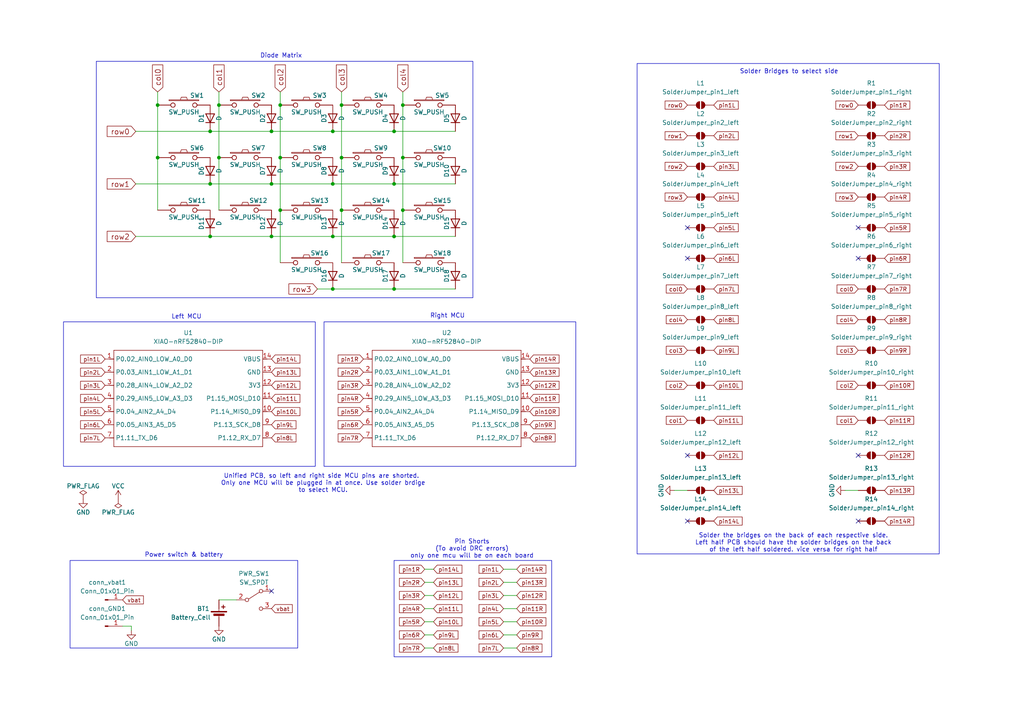
<source format=kicad_sch>
(kicad_sch (version 20250114) (generator "eeschema") (generator_version "9.0")
  (paper "A4")
  (title_block (title "Kaboard V2") (date "2023-07-14") (rev "1.0") (company "KadhirTheEngineer"))
  (lib_symbols
    (symbol "Connector:Conn_01x01_Pin" (pin_names (offset 1.016) (hide yes))
      (property "Reference" "J" (at 0 2.54 0))
      (property "Value" "Conn_01x01_Pin" (at 0 -2.54 0))
      (symbol "Conn_01x01_Pin_1_1"
        (rectangle (start 0.8636 0.127) (end 0 -0.127) (stroke (width 0.1524)) (fill (type outline)))
        (polyline (pts (xy 1.27 0) (xy 0.8636 0)) (stroke (width 0.1524)))
        (pin passive line (at 5.08 0 180) (length 3.81) (name "Pin_1") (number "1"))
      )
    )
    (symbol "Device:Battery_Cell" (pin_numbers (hide yes)) (pin_names (offset 0) (hide yes))
      (property "Reference" "BT" (at 2.54 2.54 0))
      (property "Value" "Battery_Cell" (at 2.54 0 0))
      (symbol "Battery_Cell_0_1"
        (rectangle (start -2.286 1.778) (end 2.286 1.524) (fill (type outline)))
        (rectangle (start -1.524 1.016) (end 1.524 0.508) (fill (type outline)))
        (polyline (pts (xy 0 1.778) (xy 0 2.54)))
        (polyline (pts (xy 0 0.762) (xy 0 0)))
        (polyline (pts (xy 0.762 3.048) (xy 1.778 3.048)) (stroke (width 0.254)))
        (polyline (pts (xy 1.27 3.556) (xy 1.27 2.54)) (stroke (width 0.254)))
      )
      (symbol "Battery_Cell_1_1"
        (pin passive line (at 0 5.08 270) (length 2.54) (name "+") (number "1"))
        (pin passive line (at 0 -2.54 90) (length 2.54) (name "-") (number "2"))
      )
    )
    (symbol "Device:D" (pin_numbers (hide yes)) (pin_names (offset 1.016) (hide yes))
      (property "Reference" "D" (at 0 2.54 0))
      (property "Value" "D" (at 0 -2.54 0))
      (symbol "D_0_1"
        (polyline (pts (xy -1.27 1.27) (xy -1.27 -1.27)) (stroke (width 0.254)))
        (polyline (pts (xy 1.27 1.27) (xy 1.27 -1.27) (xy -1.27 0) (xy 1.27 1.27)) (stroke (width 0.254)))
        (polyline (pts (xy 1.27 0) (xy -1.27 0)))
      )
      (symbol "D_1_1"
        (pin passive line (at -3.81 0 0) (length 2.54) (name "K") (number "1"))
        (pin passive line (at 3.81 0 180) (length 2.54) (name "A") (number "2"))
      )
    )
    (symbol "Jumper:SolderJumper_2_Open" (pin_numbers (hide yes)) (pin_names (offset 0) (hide yes)) (exclude_from_sim yes) (in_bom no)
      (property "Reference" "JP" (at 0 2.032 0))
      (property "Value" "SolderJumper_2_Open" (at 0 -2.54 0))
      (symbol "SolderJumper_2_Open_0_1"
        (polyline (pts (xy -0.254 1.016) (xy -0.254 -1.016)))
        (arc (start -0.254 -1.016) (mid -1.2656 0) (end -0.254 1.016))
        (arc (start -0.254 -1.016) (mid -1.2656 0) (end -0.254 1.016) (fill (type outline)))
        (arc (start 0.254 1.016) (mid 1.2656 0) (end 0.254 -1.016))
        (arc (start 0.254 1.016) (mid 1.2656 0) (end 0.254 -1.016) (fill (type outline)))
        (polyline (pts (xy 0.254 1.016) (xy 0.254 -1.016)))
      )
      (symbol "SolderJumper_2_Open_1_1"
        (pin passive line (at -3.81 0 0) (length 2.54) (name "A") (number "1"))
        (pin passive line (at 3.81 0 180) (length 2.54) (name "B") (number "2"))
      )
    )
    (symbol "Seeed_Studio_XIAO_Series:XIAO-nRF52840-DIP"
      (property "Reference" "U" (at -3.048 1.778 0))
      (property "Value" "XIAO-nRF52840-DIP" (at 3.048 -0.254 0))
      (symbol "XIAO-nRF52840-DIP_1_0"
        (polyline (pts (xy -3.81 -1.27) (xy 39.37 -1.27)) (stroke (width 0.1524)))
        (polyline (pts (xy -3.81 -3.81) (xy -5.08 -3.81)) (stroke (width 0.1524)))
        (polyline (pts (xy -3.81 -3.81) (xy -3.81 -1.27)) (stroke (width 0.1524)))
        (polyline (pts (xy -3.81 -7.62) (xy -5.08 -7.62)) (stroke (width 0.1524)))
        (polyline (pts (xy -3.81 -7.62) (xy -3.81 -3.81)) (stroke (width 0.1524)))
        (polyline (pts (xy -3.81 -11.43) (xy -5.08 -11.43)) (stroke (width 0.1524)))
        (polyline (pts (xy -3.81 -11.43) (xy -3.81 -7.62)) (stroke (width 0.1524)))
        (polyline (pts (xy -3.81 -15.24) (xy -5.08 -15.24)) (stroke (width 0.1524)))
        (polyline (pts (xy -3.81 -15.24) (xy -3.81 -11.43)) (stroke (width 0.1524)))
        (polyline (pts (xy -3.81 -19.05) (xy -5.08 -19.05)) (stroke (width 0.1524)))
        (polyline (pts (xy -3.81 -22.86) (xy -5.08 -22.86)) (stroke (width 0.1524)))
        (polyline (pts (xy -3.81 -26.67) (xy -5.08 -26.67)) (stroke (width 0.1524)))
        (polyline (pts (xy -3.81 -29.21) (xy -3.81 -15.24)) (stroke (width 0.1524)))
        (polyline (pts (xy 39.37 -1.27) (xy 39.37 -3.81)) (stroke (width 0.1524)))
        (polyline (pts (xy 39.37 -3.81) (xy 39.37 -7.62)) (stroke (width 0.1524)))
        (polyline (pts (xy 39.37 -7.62) (xy 39.37 -11.43)) (stroke (width 0.1524)))
        (polyline (pts (xy 39.37 -11.43) (xy 39.37 -29.21)) (stroke (width 0.1524)))
        (polyline (pts (xy 39.37 -29.21) (xy -3.81 -29.21)) (stroke (width 0.1524)))
        (polyline (pts (xy 40.64 -3.81) (xy 39.37 -3.81)) (stroke (width 0.1524)))
        (polyline (pts (xy 40.64 -7.62) (xy 39.37 -7.62)) (stroke (width 0.1524)))
        (polyline (pts (xy 40.64 -11.43) (xy 39.37 -11.43)) (stroke (width 0.1524)))
        (polyline (pts (xy 40.64 -15.24) (xy 39.37 -15.24)) (stroke (width 0.1524)))
        (polyline (pts (xy 40.64 -19.05) (xy 39.37 -19.05)) (stroke (width 0.1524)))
        (polyline (pts (xy 40.64 -22.86) (xy 39.37 -22.86)) (stroke (width 0.1524)))
        (polyline (pts (xy 40.64 -26.67) (xy 39.37 -26.67)) (stroke (width 0.1524)))
        (pin passive line (at -6.35 -3.81 0) (length 2.54) (name "P0.02_AIN0_LOW_A0_D0") (number "1"))
        (pin passive line (at -6.35 -7.62 0) (length 2.54) (name "P0.03_AIN1_LOW_A1_D1") (number "2"))
        (pin passive line (at -6.35 -11.43 0) (length 2.54) (name "P0.28_AIN4_LOW_A2_D2") (number "3"))
        (pin passive line (at -6.35 -15.24 0) (length 2.54) (name "P0.29_AIN5_LOW_A3_D3") (number "4"))
        (pin passive line (at -6.35 -19.05 0) (length 2.54) (name "P0.04_AIN2_A4_D4") (number "5"))
        (pin passive line (at -6.35 -22.86 0) (length 2.54) (name "P0.05_AIN3_A5_D5") (number "6"))
        (pin passive line (at -6.35 -26.67 0) (length 2.54) (name "P1.11_TX_D6") (number "7"))
        (pin passive line (at 41.91 -3.81 180) (length 2.54) (name "VBUS") (number "14"))
        (pin passive line (at 41.91 -7.62 180) (length 2.54) (name "GND") (number "13"))
        (pin passive line (at 41.91 -11.43 180) (length 2.54) (name "3V3") (number "12"))
        (pin passive line (at 41.91 -15.24 180) (length 2.54) (name "P1.15_MOSI_D10") (number "11"))
        (pin passive line (at 41.91 -19.05 180) (length 2.54) (name "P1.14_MISO_D9") (number "10"))
        (pin passive line (at 41.91 -22.86 180) (length 2.54) (name "P1.13_SCK_D8") (number "9"))
        (pin passive line (at 41.91 -26.67 180) (length 2.54) (name "P1.12_RX_D7") (number "8"))
      )
    )
    (symbol "Switch:SW_SPDT" (pin_names (offset 0) (hide yes))
      (property "Reference" "SW" (at 0 4.318 0))
      (property "Value" "SW_SPDT" (at 0 -5.08 0))
      (symbol "SW_SPDT_0_0"
        (circle (center -2.032 0) (radius 0.508))
        (circle (center 2.032 -2.54) (radius 0.508))
      )
      (symbol "SW_SPDT_0_1"
        (polyline (pts (xy -1.524 0.254) (xy 1.651 2.286)))
        (circle (center 2.032 2.54) (radius 0.508))
      )
      (symbol "SW_SPDT_1_1"
        (pin passive line (at -5.08 0 0) (length 2.54) (name "B") (number "2"))
        (pin passive line (at 5.08 2.54 180) (length 2.54) (name "A") (number "1"))
        (pin passive line (at 5.08 -2.54 180) (length 2.54) (name "C") (number "3"))
      )
    )
    (symbol "kbd:SW_PUSH" (pin_numbers (hide yes)) (pin_names (offset 1.016) (hide yes))
      (property "Reference" "SW" (at 3.81 2.794 0))
      (property "Value" "SW_PUSH" (at 0 -2.032 0))
      (symbol "SW_PUSH_0_1"
        (rectangle (start -4.318 1.27) (end 4.318 1.524))
        (polyline (pts (xy -1.016 1.524) (xy -0.762 2.286) (xy 0.762 2.286) (xy 1.016 1.524)))
        (pin passive inverted (at -7.62 0 0) (length 5.08) (name "1") (number "1"))
        (pin passive inverted (at 7.62 0 180) (length 5.08) (name "2") (number "2"))
      )
    )
    (symbol "power:GND" (power) (pin_names (offset 0))
      (property "Value" "GND" (at 0 -3.81 0))
      (symbol "GND_0_1"
        (polyline (pts (xy 0 0) (xy 0 -1.27) (xy 1.27 -1.27) (xy 0 -2.54) (xy -1.27 -1.27) (xy 0 -1.27)))
      )
      (symbol "GND_1_1"
        (pin power_in line (at 0 0 270) (length 0) (hide yes) (name "GND") (number "1"))
      )
    )
    (symbol "power:PWR_FLAG" (power) (pin_numbers (hide yes)) (pin_names (offset 0) (hide yes))
      (property "Value" "PWR_FLAG" (at 0 3.81 0))
      (symbol "PWR_FLAG_0_0"
        (pin power_out line (at 0 0 90) (length 0) (name "pwr") (number "1"))
      )
      (symbol "PWR_FLAG_0_1"
        (polyline (pts (xy 0 0) (xy 0 1.27) (xy -1.016 1.905) (xy 0 2.54) (xy 1.016 1.905) (xy 0 1.27)))
      )
    )
    (symbol "power:VCC" (power) (pin_names (offset 0))
      (property "Value" "VCC" (at 0 3.81 0))
      (symbol "VCC_0_1"
        (polyline (pts (xy -0.762 1.27) (xy 0 2.54)))
        (polyline (pts (xy 0 2.54) (xy 0.762 1.27)))
        (polyline (pts (xy 0 0) (xy 0 2.54)))
      )
      (symbol "VCC_1_1"
        (pin power_in line (at 0 0 90) (length 0) (hide yes) (name "VCC") (number "1"))
      )
    )
  )
  (rectangle (start 184.785 18.415) (end 272.415 160.655))
  (rectangle (start 20.32 162.56) (end 86.36 187.96))
  (rectangle (start 93.98 93.345) (end 167.005 135.255))
  (rectangle (start 27.94 17.78) (end 137.16 86.36))
  (rectangle (start 18.415 93.345) (end 91.44 135.255))
  (rectangle (start 114.3 162.56) (end 160.02 190.5))
  (text "Solder Bridges to select side\n" (at 228.854 20.828 0) (effects (font (size 1.27 1.27))))
  (text "Solder the bridges on the back of each respective side.\nLeft half PCB should have the solder bridges on the back\nof the left half soldered. vice versa for right half" (at 230.124 157.48 0) (effects (font (size 1.27 1.27))))
  (text "Diode Matrix" (at 81.534 16.256 0) (effects (font (size 1.27 1.27))))
  (text "Left MCU" (at 54.102 91.948 0) (effects (font (size 1.27 1.27))))
  (text "Unified PCB, so left and right side MCU pins are shorted. \nOnly one MCU will be plugged in at once. Use solder brdige\nto select MCU.\n" (at 93.726 140.208 0) (effects (font (size 1.27 1.27))))
  (text "Pin Shorts\n(To avoid DRC errors)\nonly one mcu will be on each board\n" (at 136.906 159.258 0) (effects (font (size 1.27 1.27))))
  (text "Right MCU\n" (at 129.794 91.694 0) (effects (font (size 1.27 1.27))))
  (text "Power switch & battery\n" (at 53.34 161.036 0) (effects (font (size 1.27 1.27))))
  (junction (at 63.5 45.72))
  (junction (at 96.52 83.82))
  (junction (at 60.96 68.58))
  (junction (at 114.3 38.1))
  (junction (at 96.52 38.1))
  (junction (at 116.84 30.48))
  (junction (at 114.3 68.58))
  (junction (at 63.5 30.48))
  (junction (at 99.06 60.96))
  (junction (at 60.96 38.1))
  (junction (at 81.28 60.96))
  (junction (at 81.28 30.48))
  (junction (at 114.3 53.34))
  (junction (at 78.74 68.58))
  (junction (at 96.52 53.34))
  (junction (at 60.96 53.34))
  (junction (at 116.84 60.96))
  (junction (at 45.72 45.72))
  (junction (at 96.52 68.58))
  (junction (at 114.3 83.82))
  (junction (at 81.28 45.72))
  (junction (at 45.72 30.48))
  (junction (at 116.84 45.72))
  (junction (at 99.06 45.72))
  (junction (at 99.06 30.48))
  (junction (at 78.74 53.34))
  (junction (at 78.74 38.1))
  (no_connect (at 248.92 151.13))
  (no_connect (at 248.92 132.08))
  (no_connect (at 199.39 132.08))
  (no_connect (at 199.39 151.13))
  (no_connect (at 78.74 171.45))
  (no_connect (at 248.92 66.04))
  (no_connect (at 248.92 74.93))
  (no_connect (at 199.39 74.93))
  (no_connect (at 199.39 66.04))
  (wire (pts (xy 96.52 83.82) (xy 114.3 83.82)))
  (wire (pts (xy 149.86 176.53) (xy 146.05 176.53)))
  (wire (pts (xy 125.73 180.34) (xy 123.19 180.34)))
  (wire (pts (xy 78.74 53.34) (xy 96.52 53.34)))
  (wire (pts (xy 60.96 68.58) (xy 78.74 68.58)))
  (wire (pts (xy 81.28 45.72) (xy 81.28 60.96)))
  (wire (pts (xy 149.86 168.91) (xy 146.05 168.91)))
  (wire (pts (xy 45.72 26.67) (xy 45.72 30.48)))
  (wire (pts (xy 114.3 38.1) (xy 132.08 38.1)))
  (wire (pts (xy 125.73 168.91) (xy 123.19 168.91)))
  (wire (pts (xy 114.3 83.82) (xy 132.08 83.82)))
  (wire (pts (xy 114.3 68.58) (xy 132.08 68.58)))
  (wire (pts (xy 96.52 68.58) (xy 114.3 68.58)))
  (wire (pts (xy 125.73 172.72) (xy 123.19 172.72)))
  (wire (pts (xy 149.86 184.15) (xy 146.05 184.15)))
  (wire (pts (xy 60.96 53.34) (xy 78.74 53.34)))
  (wire (pts (xy 99.06 60.96) (xy 99.06 76.2)))
  (wire (pts (xy 99.06 45.72) (xy 99.06 60.96)))
  (wire (pts (xy 81.28 26.67) (xy 81.28 30.48)))
  (wire (pts (xy 45.72 45.72) (xy 45.72 60.96)))
  (wire (pts (xy 81.28 60.96) (xy 81.28 76.2)))
  (wire (pts (xy 125.73 184.15) (xy 123.19 184.15)))
  (wire (pts (xy 38.1 182.88) (xy 38.1 181.61)))
  (wire (pts (xy 78.74 68.58) (xy 96.52 68.58)))
  (wire (pts (xy 63.5 45.72) (xy 63.5 60.96)))
  (wire (pts (xy 96.52 53.34) (xy 114.3 53.34)))
  (wire (pts (xy 125.73 176.53) (xy 123.19 176.53)))
  (wire (pts (xy 81.28 30.48) (xy 81.28 45.72)))
  (wire (pts (xy 149.86 172.72) (xy 146.05 172.72)))
  (wire (pts (xy 99.06 30.48) (xy 99.06 45.72)))
  (wire (pts (xy 38.1 181.61) (xy 35.56 181.61)))
  (wire (pts (xy 149.86 165.1) (xy 146.05 165.1)))
  (wire (pts (xy 63.5 26.67) (xy 63.5 30.48)))
  (wire (pts (xy 92.075 83.82) (xy 96.52 83.82)))
  (wire (pts (xy 39.37 38.1) (xy 60.96 38.1)))
  (wire (pts (xy 39.37 68.58) (xy 60.96 68.58)))
  (wire (pts (xy 39.37 53.34) (xy 60.96 53.34)))
  (wire (pts (xy 116.84 26.67) (xy 116.84 30.48)))
  (wire (pts (xy 60.96 38.1) (xy 78.74 38.1)))
  (wire (pts (xy 45.72 30.48) (xy 45.72 45.72)))
  (wire (pts (xy 78.74 38.1) (xy 96.52 38.1)))
  (wire (pts (xy 96.52 38.1) (xy 114.3 38.1)))
  (wire (pts (xy 63.5 30.48) (xy 63.5 45.72)))
  (wire (pts (xy 245.11 142.24) (xy 248.92 142.24)))
  (wire (pts (xy 116.84 30.48) (xy 116.84 45.72)))
  (wire (pts (xy 149.86 187.96) (xy 146.05 187.96)))
  (wire (pts (xy 149.86 180.34) (xy 146.05 180.34)))
  (wire (pts (xy 116.84 60.96) (xy 116.84 76.2)))
  (wire (pts (xy 125.73 165.1) (xy 123.19 165.1)))
  (wire (pts (xy 125.73 187.96) (xy 123.19 187.96)))
  (wire (pts (xy 114.3 53.34) (xy 132.08 53.34)))
  (wire (pts (xy 99.06 26.67) (xy 99.06 30.48)))
  (wire (pts (xy 63.5 173.99) (xy 68.58 173.99)))
  (wire (pts (xy 195.58 142.24) (xy 199.39 142.24)))
  (wire (pts (xy 116.84 45.72) (xy 116.84 60.96)))
  (global_label "pin1R" (shape input) (at 105.41 104.14 180) (effects (font (size 1.1938 1.1938))) (property "Intersheetrefs" "${INTERSHEET_REFS}" (effects (hide yes))))
  (global_label "vbat" (shape input) (at 35.56 173.99 0) (effects (font (size 1.1938 1.1938))) (property "Intersheetrefs" "${INTERSHEET_REFS}" (effects (hide yes))))
  (global_label "pin4L" (shape input) (at 146.05 176.53 180) (effects (font (size 1.1938 1.1938))) (property "Intersheetrefs" "${INTERSHEET_REFS}" (effects (hide yes))))
  (global_label "col4" (shape input) (at 248.92 92.71 180) (effects (font (size 1.1938 1.1938))) (property "Intersheetrefs" "${INTERSHEET_REFS}" (effects (hide yes))))
  (global_label "col1" (shape input) (at 248.92 121.92 180) (effects (font (size 1.1938 1.1938))) (property "Intersheetrefs" "${INTERSHEET_REFS}" (effects (hide yes))))
  (global_label "col3" (shape input) (at 199.39 101.6 180) (effects (font (size 1.1938 1.1938))) (property "Intersheetrefs" "${INTERSHEET_REFS}" (effects (hide yes))))
  (global_label "row0" (shape input) (at 248.92 30.48 180) (effects (font (size 1.1938 1.1938))) (property "Intersheetrefs" "${INTERSHEET_REFS}" (effects (hide yes))))
  (global_label "pin6R" (shape input) (at 105.41 123.19 180) (effects (font (size 1.1938 1.1938))) (property "Intersheetrefs" "${INTERSHEET_REFS}" (effects (hide yes))))
  (global_label "pin2L" (shape input) (at 207.01 39.37 0) (effects (font (size 1.1938 1.1938))) (property "Intersheetrefs" "${INTERSHEET_REFS}" (effects (hide yes))))
  (global_label "col4" (shape input) (at 199.39 92.71 180) (effects (font (size 1.1938 1.1938))) (property "Intersheetrefs" "${INTERSHEET_REFS}" (effects (hide yes))))
  (global_label "pin11L" (shape input) (at 207.01 121.92 0) (effects (font (size 1.1938 1.1938))) (property "Intersheetrefs" "${INTERSHEET_REFS}" (effects (hide yes))))
  (global_label "col0" (shape input) (at 199.39 83.82 180) (effects (font (size 1.1938 1.1938))) (property "Intersheetrefs" "${INTERSHEET_REFS}" (effects (hide yes))))
  (global_label "pin10R" (shape input) (at 153.67 119.38 0) (effects (font (size 1.1938 1.1938))) (property "Intersheetrefs" "${INTERSHEET_REFS}" (effects (hide yes))))
  (global_label "pin6R" (shape input) (at 256.54 74.93 0) (effects (font (size 1.1938 1.1938))) (property "Intersheetrefs" "${INTERSHEET_REFS}" (effects (hide yes))))
  (global_label "pin8L" (shape input) (at 78.74 127 0) (effects (font (size 1.1938 1.1938))) (property "Intersheetrefs" "${INTERSHEET_REFS}" (effects (hide yes))))
  (global_label "pin3L" (shape input) (at 146.05 172.72 180) (effects (font (size 1.1938 1.1938))) (property "Intersheetrefs" "${INTERSHEET_REFS}" (effects (hide yes))))
  (global_label "pin8R" (shape input) (at 256.54 92.71 0) (effects (font (size 1.1938 1.1938))) (property "Intersheetrefs" "${INTERSHEET_REFS}" (effects (hide yes))))
  (global_label "pin8L" (shape input) (at 207.01 92.71 0) (effects (font (size 1.1938 1.1938))) (property "Intersheetrefs" "${INTERSHEET_REFS}" (effects (hide yes))))
  (global_label "pin7R" (shape input) (at 123.19 187.96 180) (effects (font (size 1.1938 1.1938))) (property "Intersheetrefs" "${INTERSHEET_REFS}" (effects (hide yes))))
  (global_label "pin1R" (shape input) (at 256.54 30.48 0) (effects (font (size 1.1938 1.1938))) (property "Intersheetrefs" "${INTERSHEET_REFS}" (effects (hide yes))))
  (global_label "pin9L" (shape input) (at 125.73 184.15 0) (effects (font (size 1.1938 1.1938))) (property "Intersheetrefs" "${INTERSHEET_REFS}" (effects (hide yes))))
  (global_label "pin11R" (shape input) (at 153.67 115.57 0) (effects (font (size 1.1938 1.1938))) (property "Intersheetrefs" "${INTERSHEET_REFS}" (effects (hide yes))))
  (global_label "pin8R" (shape input) (at 153.67 127 0) (effects (font (size 1.1938 1.1938))) (property "Intersheetrefs" "${INTERSHEET_REFS}" (effects (hide yes))))
  (global_label "pin4L" (shape input) (at 207.01 57.15 0) (effects (font (size 1.1938 1.1938))) (property "Intersheetrefs" "${INTERSHEET_REFS}" (effects (hide yes))))
  (global_label "pin4R" (shape input) (at 256.54 57.15 0) (effects (font (size 1.1938 1.1938))) (property "Intersheetrefs" "${INTERSHEET_REFS}" (effects (hide yes))))
  (global_label "pin13R" (shape input) (at 256.54 142.24 0) (effects (font (size 1.1938 1.1938))) (property "Intersheetrefs" "${INTERSHEET_REFS}" (effects (hide yes))))
  (global_label "col0" (shape input) (at 45.72 26.67 90) (effects (font (size 1.524 1.524))) (property "Intersheetrefs" "${INTERSHEET_REFS}" (effects (hide yes))))
  (global_label "pin6L" (shape input) (at 146.05 184.15 180) (effects (font (size 1.1938 1.1938))) (property "Intersheetrefs" "${INTERSHEET_REFS}" (effects (hide yes))))
  (global_label "pin7L" (shape input) (at 207.01 83.82 0) (effects (font (size 1.1938 1.1938))) (property "Intersheetrefs" "${INTERSHEET_REFS}" (effects (hide yes))))
  (global_label "pin9R" (shape input) (at 256.54 101.6 0) (effects (font (size 1.1938 1.1938))) (property "Intersheetrefs" "${INTERSHEET_REFS}" (effects (hide yes))))
  (global_label "pin6R" (shape input) (at 123.19 184.15 180) (effects (font (size 1.1938 1.1938))) (property "Intersheetrefs" "${INTERSHEET_REFS}" (effects (hide yes))))
  (global_label "col1" (shape input) (at 63.5 26.67 90) (effects (font (size 1.524 1.524))) (property "Intersheetrefs" "${INTERSHEET_REFS}" (effects (hide yes))))
  (global_label "pin13L" (shape input) (at 125.73 168.91 0) (effects (font (size 1.1938 1.1938))) (property "Intersheetrefs" "${INTERSHEET_REFS}" (effects (hide yes))))
  (global_label "row3" (shape input) (at 199.39 57.15 180) (effects (font (size 1.1938 1.1938))) (property "Intersheetrefs" "${INTERSHEET_REFS}" (effects (hide yes))))
  (global_label "pin9L" (shape input) (at 207.01 101.6 0) (effects (font (size 1.1938 1.1938))) (property "Intersheetrefs" "${INTERSHEET_REFS}" (effects (hide yes))))
  (global_label "pin13R" (shape input) (at 153.67 107.95 0) (effects (font (size 1.1938 1.1938))) (property "Intersheetrefs" "${INTERSHEET_REFS}" (effects (hide yes))))
  (global_label "pin8L" (shape input) (at 125.73 187.96 0) (effects (font (size 1.1938 1.1938))) (property "Intersheetrefs" "${INTERSHEET_REFS}" (effects (hide yes))))
  (global_label "col0" (shape input) (at 248.92 83.82 180) (effects (font (size 1.1938 1.1938))) (property "Intersheetrefs" "${INTERSHEET_REFS}" (effects (hide yes))))
  (global_label "pin10L" (shape input) (at 207.01 111.76 0) (effects (font (size 1.1938 1.1938))) (property "Intersheetrefs" "${INTERSHEET_REFS}" (effects (hide yes))))
  (global_label "pin4R" (shape input) (at 123.19 176.53 180) (effects (font (size 1.1938 1.1938))) (property "Intersheetrefs" "${INTERSHEET_REFS}" (effects (hide yes))))
  (global_label "pin10L" (shape input) (at 78.74 119.38 0) (effects (font (size 1.1938 1.1938))) (property "Intersheetrefs" "${INTERSHEET_REFS}" (effects (hide yes))))
  (global_label "pin10L" (shape input) (at 125.73 180.34 0) (effects (font (size 1.1938 1.1938))) (property "Intersheetrefs" "${INTERSHEET_REFS}" (effects (hide yes))))
  (global_label "pin2R" (shape input) (at 123.19 168.91 180) (effects (font (size 1.1938 1.1938))) (property "Intersheetrefs" "${INTERSHEET_REFS}" (effects (hide yes))))
  (global_label "pin4L" (shape input) (at 30.48 115.57 180) (effects (font (size 1.1938 1.1938))) (property "Intersheetrefs" "${INTERSHEET_REFS}" (effects (hide yes))))
  (global_label "pin5R" (shape input) (at 123.19 180.34 180) (effects (font (size 1.1938 1.1938))) (property "Intersheetrefs" "${INTERSHEET_REFS}" (effects (hide yes))))
  (global_label "pin11L" (shape input) (at 78.74 115.57 0) (effects (font (size 1.1938 1.1938))) (property "Intersheetrefs" "${INTERSHEET_REFS}" (effects (hide yes))))
  (global_label "pin1L" (shape input) (at 207.01 30.48 0) (effects (font (size 1.1938 1.1938))) (property "Intersheetrefs" "${INTERSHEET_REFS}" (effects (hide yes))))
  (global_label "pin11R" (shape input) (at 149.86 176.53 0) (effects (font (size 1.1938 1.1938))) (property "Intersheetrefs" "${INTERSHEET_REFS}" (effects (hide yes))))
  (global_label "pin3R" (shape input) (at 123.19 172.72 180) (effects (font (size 1.1938 1.1938))) (property "Intersheetrefs" "${INTERSHEET_REFS}" (effects (hide yes))))
  (global_label "pin5L" (shape input) (at 146.05 180.34 180) (effects (font (size 1.1938 1.1938))) (property "Intersheetrefs" "${INTERSHEET_REFS}" (effects (hide yes))))
  (global_label "pin14R" (shape input) (at 149.86 165.1 0) (effects (font (size 1.1938 1.1938))) (property "Intersheetrefs" "${INTERSHEET_REFS}" (effects (hide yes))))
  (global_label "col4" (shape input) (at 116.84 26.67 90) (effects (font (size 1.524 1.524))) (property "Intersheetrefs" "${INTERSHEET_REFS}" (effects (hide yes))))
  (global_label "pin3L" (shape input) (at 30.48 111.76 180) (effects (font (size 1.1938 1.1938))) (property "Intersheetrefs" "${INTERSHEET_REFS}" (effects (hide yes))))
  (global_label "row3" (shape input) (at 92.075 83.82 180) (effects (font (size 1.524 1.524))) (property "Intersheetrefs" "${INTERSHEET_REFS}" (effects (hide yes))))
  (global_label "pin2R" (shape input) (at 105.41 107.95 180) (effects (font (size 1.1938 1.1938))) (property "Intersheetrefs" "${INTERSHEET_REFS}" (effects (hide yes))))
  (global_label "pin3R" (shape input) (at 256.54 48.26 0) (effects (font (size 1.1938 1.1938))) (property "Intersheetrefs" "${INTERSHEET_REFS}" (effects (hide yes))))
  (global_label "pin11R" (shape input) (at 256.54 121.92 0) (effects (font (size 1.1938 1.1938))) (property "Intersheetrefs" "${INTERSHEET_REFS}" (effects (hide yes))))
  (global_label "pin9L" (shape input) (at 78.74 123.19 0) (effects (font (size 1.1938 1.1938))) (property "Intersheetrefs" "${INTERSHEET_REFS}" (effects (hide yes))))
  (global_label "vbat" (shape input) (at 78.74 176.53 0) (effects (font (size 1.1938 1.1938))) (property "Intersheetrefs" "${INTERSHEET_REFS}" (effects (hide yes))))
  (global_label "pin13L" (shape input) (at 207.01 142.24 0) (effects (font (size 1.1938 1.1938))) (property "Intersheetrefs" "${INTERSHEET_REFS}" (effects (hide yes))))
  (global_label "pin4R" (shape input) (at 105.41 115.57 180) (effects (font (size 1.1938 1.1938))) (property "Intersheetrefs" "${INTERSHEET_REFS}" (effects (hide yes))))
  (global_label "pin2L" (shape input) (at 146.05 168.91 180) (effects (font (size 1.1938 1.1938))) (property "Intersheetrefs" "${INTERSHEET_REFS}" (effects (hide yes))))
  (global_label "pin1L" (shape input) (at 146.05 165.1 180) (effects (font (size 1.1938 1.1938))) (property "Intersheetrefs" "${INTERSHEET_REFS}" (effects (hide yes))))
  (global_label "pin3R" (shape input) (at 105.41 111.76 180) (effects (font (size 1.1938 1.1938))) (property "Intersheetrefs" "${INTERSHEET_REFS}" (effects (hide yes))))
  (global_label "row2" (shape input) (at 39.37 68.58 180) (effects (font (size 1.524 1.524))) (property "Intersheetrefs" "${INTERSHEET_REFS}" (effects (hide yes))))
  (global_label "pin11L" (shape input) (at 125.73 176.53 0) (effects (font (size 1.1938 1.1938))) (property "Intersheetrefs" "${INTERSHEET_REFS}" (effects (hide yes))))
  (global_label "pin1L" (shape input) (at 30.48 104.14 180) (effects (font (size 1.1938 1.1938))) (property "Intersheetrefs" "${INTERSHEET_REFS}" (effects (hide yes))))
  (global_label "pin12L" (shape input) (at 78.74 111.76 0) (effects (font (size 1.1938 1.1938))) (property "Intersheetrefs" "${INTERSHEET_REFS}" (effects (hide yes))))
  (global_label "pin5L" (shape input) (at 207.01 66.04 0) (effects (font (size 1.1938 1.1938))) (property "Intersheetrefs" "${INTERSHEET_REFS}" (effects (hide yes))))
  (global_label "pin9R" (shape input) (at 153.67 123.19 0) (effects (font (size 1.1938 1.1938))) (property "Intersheetrefs" "${INTERSHEET_REFS}" (effects (hide yes))))
  (global_label "pin7L" (shape input) (at 30.48 127 180) (effects (font (size 1.1938 1.1938))) (property "Intersheetrefs" "${INTERSHEET_REFS}" (effects (hide yes))))
  (global_label "pin12R" (shape input) (at 153.67 111.76 0) (effects (font (size 1.1938 1.1938))) (property "Intersheetrefs" "${INTERSHEET_REFS}" (effects (hide yes))))
  (global_label "pin5R" (shape input) (at 105.41 119.38 180) (effects (font (size 1.1938 1.1938))) (property "Intersheetrefs" "${INTERSHEET_REFS}" (effects (hide yes))))
  (global_label "col2" (shape input) (at 248.92 111.76 180) (effects (font (size 1.1938 1.1938))) (property "Intersheetrefs" "${INTERSHEET_REFS}" (effects (hide yes))))
  (global_label "pin9R" (shape input) (at 149.86 184.15 0) (effects (font (size 1.1938 1.1938))) (property "Intersheetrefs" "${INTERSHEET_REFS}" (effects (hide yes))))
  (global_label "col1" (shape input) (at 199.39 121.92 180) (effects (font (size 1.1938 1.1938))) (property "Intersheetrefs" "${INTERSHEET_REFS}" (effects (hide yes))))
  (global_label "pin12R" (shape input) (at 256.54 132.08 0) (effects (font (size 1.1938 1.1938))) (property "Intersheetrefs" "${INTERSHEET_REFS}" (effects (hide yes))))
  (global_label "pin10R" (shape input) (at 149.86 180.34 0) (effects (font (size 1.1938 1.1938))) (property "Intersheetrefs" "${INTERSHEET_REFS}" (effects (hide yes))))
  (global_label "pin12R" (shape input) (at 149.86 172.72 0) (effects (font (size 1.1938 1.1938))) (property "Intersheetrefs" "${INTERSHEET_REFS}" (effects (hide yes))))
  (global_label "row1" (shape input) (at 248.92 39.37 180) (effects (font (size 1.1938 1.1938))) (property "Intersheetrefs" "${INTERSHEET_REFS}" (effects (hide yes))))
  (global_label "pin6L" (shape input) (at 207.01 74.93 0) (effects (font (size 1.1938 1.1938))) (property "Intersheetrefs" "${INTERSHEET_REFS}" (effects (hide yes))))
  (global_label "row0" (shape input) (at 39.37 38.1 180) (effects (font (size 1.524 1.524))) (property "Intersheetrefs" "${INTERSHEET_REFS}" (effects (hide yes))))
  (global_label "pin1R" (shape input) (at 123.19 165.1 180) (effects (font (size 1.1938 1.1938))) (property "Intersheetrefs" "${INTERSHEET_REFS}" (effects (hide yes))))
  (global_label "row0" (shape input) (at 199.39 30.48 180) (effects (font (size 1.1938 1.1938))) (property "Intersheetrefs" "${INTERSHEET_REFS}" (effects (hide yes))))
  (global_label "pin8R" (shape input) (at 149.86 187.96 0) (effects (font (size 1.1938 1.1938))) (property "Intersheetrefs" "${INTERSHEET_REFS}" (effects (hide yes))))
  (global_label "col3" (shape input) (at 99.06 26.67 90) (effects (font (size 1.524 1.524))) (property "Intersheetrefs" "${INTERSHEET_REFS}" (effects (hide yes))))
  (global_label "row1" (shape input) (at 39.37 53.34 180) (effects (font (size 1.524 1.524))) (property "Intersheetrefs" "${INTERSHEET_REFS}" (effects (hide yes))))
  (global_label "pin14L" (shape input) (at 78.74 104.14 0) (effects (font (size 1.1938 1.1938))) (property "Intersheetrefs" "${INTERSHEET_REFS}" (effects (hide yes))))
  (global_label "pin7L" (shape input) (at 146.05 187.96 180) (effects (font (size 1.1938 1.1938))) (property "Intersheetrefs" "${INTERSHEET_REFS}" (effects (hide yes))))
  (global_label "pin2L" (shape input) (at 30.48 107.95 180) (effects (font (size 1.1938 1.1938))) (property "Intersheetrefs" "${INTERSHEET_REFS}" (effects (hide yes))))
  (global_label "pin14R" (shape input) (at 153.67 104.14 0) (effects (font (size 1.1938 1.1938))) (property "Intersheetrefs" "${INTERSHEET_REFS}" (effects (hide yes))))
  (global_label "pin7R" (shape input) (at 105.41 127 180) (effects (font (size 1.1938 1.1938))) (property "Intersheetrefs" "${INTERSHEET_REFS}" (effects (hide yes))))
  (global_label "pin13L" (shape input) (at 78.74 107.95 0) (effects (font (size 1.1938 1.1938))) (property "Intersheetrefs" "${INTERSHEET_REFS}" (effects (hide yes))))
  (global_label "pin14L" (shape input) (at 125.73 165.1 0) (effects (font (size 1.1938 1.1938))) (property "Intersheetrefs" "${INTERSHEET_REFS}" (effects (hide yes))))
  (global_label "col2" (shape input) (at 81.28 26.67 90) (effects (font (size 1.524 1.524))) (property "Intersheetrefs" "${INTERSHEET_REFS}" (effects (hide yes))))
  (global_label "pin12L" (shape input) (at 125.73 172.72 0) (effects (font (size 1.1938 1.1938))) (property "Intersheetrefs" "${INTERSHEET_REFS}" (effects (hide yes))))
  (global_label "col2" (shape input) (at 199.39 111.76 180) (effects (font (size 1.1938 1.1938))) (property "Intersheetrefs" "${INTERSHEET_REFS}" (effects (hide yes))))
  (global_label "pin7R" (shape input) (at 256.54 83.82 0) (effects (font (size 1.1938 1.1938))) (property "Intersheetrefs" "${INTERSHEET_REFS}" (effects (hide yes))))
  (global_label "pin14R" (shape input) (at 256.54 151.13 0) (effects (font (size 1.1938 1.1938))) (property "Intersheetrefs" "${INTERSHEET_REFS}" (effects (hide yes))))
  (global_label "pin13R" (shape input) (at 149.86 168.91 0) (effects (font (size 1.1938 1.1938))) (property "Intersheetrefs" "${INTERSHEET_REFS}" (effects (hide yes))))
  (global_label "pin14L" (shape input) (at 207.01 151.13 0) (effects (font (size 1.1938 1.1938))) (property "Intersheetrefs" "${INTERSHEET_REFS}" (effects (hide yes))))
  (global_label "pin10R" (shape input) (at 256.54 111.76 0) (effects (font (size 1.1938 1.1938))) (property "Intersheetrefs" "${INTERSHEET_REFS}" (effects (hide yes))))
  (global_label "row1" (shape input) (at 199.39 39.37 180) (effects (font (size 1.1938 1.1938))) (property "Intersheetrefs" "${INTERSHEET_REFS}" (effects (hide yes))))
  (global_label "pin5L" (shape input) (at 30.48 119.38 180) (effects (font (size 1.1938 1.1938))) (property "Intersheetrefs" "${INTERSHEET_REFS}" (effects (hide yes))))
  (global_label "row3" (shape input) (at 248.92 57.15 180) (effects (font (size 1.1938 1.1938))) (property "Intersheetrefs" "${INTERSHEET_REFS}" (effects (hide yes))))
  (global_label "row2" (shape input) (at 248.92 48.26 180) (effects (font (size 1.1938 1.1938))) (property "Intersheetrefs" "${INTERSHEET_REFS}" (effects (hide yes))))
  (global_label "pin6L" (shape input) (at 30.48 123.19 180) (effects (font (size 1.1938 1.1938))) (property "Intersheetrefs" "${INTERSHEET_REFS}" (effects (hide yes))))
  (global_label "row2" (shape input) (at 199.39 48.26 180) (effects (font (size 1.1938 1.1938))) (property "Intersheetrefs" "${INTERSHEET_REFS}" (effects (hide yes))))
  (global_label "pin5R" (shape input) (at 256.54 66.04 0) (effects (font (size 1.1938 1.1938))) (property "Intersheetrefs" "${INTERSHEET_REFS}" (effects (hide yes))))
  (global_label "col3" (shape input) (at 248.92 101.6 180) (effects (font (size 1.1938 1.1938))) (property "Intersheetrefs" "${INTERSHEET_REFS}" (effects (hide yes))))
  (global_label "pin2R" (shape input) (at 256.54 39.37 0) (effects (font (size 1.1938 1.1938))) (property "Intersheetrefs" "${INTERSHEET_REFS}" (effects (hide yes))))
  (global_label "pin12L" (shape input) (at 207.01 132.08 0) (effects (font (size 1.1938 1.1938))) (property "Intersheetrefs" "${INTERSHEET_REFS}" (effects (hide yes))))
  (global_label "pin3L" (shape input) (at 207.01 48.26 0) (effects (font (size 1.1938 1.1938))) (property "Intersheetrefs" "${INTERSHEET_REFS}" (effects (hide yes))))
  (symbol (lib_id "kbd:SW_PUSH") (at 53.34 30.48 0) (unit 1)
    (property "Reference" "SW1" (at 57.15 27.686 0))
    (property "Value" "SW_PUSH" (at 53.34 32.512 0))
    (property "Footprint" "kadhir_switch:Kailh_socket_PG1350_reversible" (effects (hide yes)))
  )
  (symbol (lib_id "Device:D") (at 60.96 34.29 90) (unit 1)
    (property "Reference" "D1" (at 58.42 34.29 0))
    (property "Value" "D" (at 63.5 34.29 0))
    (property "Footprint" "dumta:D_SMD_TH" (effects (hide yes)))
  )
  (symbol (lib_id "kbd:SW_PUSH") (at 71.12 30.48 0) (unit 1)
    (property "Reference" "SW2" (at 74.93 27.686 0))
    (property "Value" "SW_PUSH" (at 71.12 32.512 0))
    (property "Footprint" "kadhir_switch:Kailh_socket_PG1350_reversible" (effects (hide yes)))
  )
  (symbol (lib_id "Device:D") (at 78.74 34.29 90) (unit 1)
    (property "Reference" "D2" (at 76.2 34.29 0))
    (property "Value" "D" (at 81.28 34.29 0))
    (property "Footprint" "dumta:D_SMD_TH" (effects (hide yes)))
  )
  (symbol (lib_id "kbd:SW_PUSH") (at 88.9 30.48 0) (unit 1)
    (property "Reference" "SW3" (at 92.71 27.686 0))
    (property "Value" "SW_PUSH" (at 88.9 32.512 0))
    (property "Footprint" "kadhir_switch:Kailh_socket_PG1350_reversible" (effects (hide yes)))
  )
  (symbol (lib_id "kbd:SW_PUSH") (at 106.68 30.48 0) (unit 1)
    (property "Reference" "SW4" (at 110.49 27.686 0))
    (property "Value" "SW_PUSH" (at 106.68 32.512 0))
    (property "Footprint" "kadhir_switch:Kailh_socket_PG1350_reversible" (effects (hide yes)))
  )
  (symbol (lib_id "kbd:SW_PUSH") (at 124.46 30.48 0) (unit 1)
    (property "Reference" "SW5" (at 128.27 27.686 0))
    (property "Value" "SW_PUSH" (at 124.46 32.512 0))
    (property "Footprint" "kadhir_switch:Kailh_socket_PG1350_reversible" (effects (hide yes)))
  )
  (symbol (lib_id "Device:D") (at 96.52 34.29 90) (unit 1)
    (property "Reference" "D3" (at 93.98 34.29 0))
    (property "Value" "D" (at 99.06 34.29 0))
    (property "Footprint" "dumta:D_SMD_TH" (effects (hide yes)))
  )
  (symbol (lib_id "Device:D") (at 114.3 34.29 90) (unit 1)
    (property "Reference" "D4" (at 111.76 34.29 0))
    (property "Value" "D" (at 116.84 34.29 0))
    (property "Footprint" "dumta:D_SMD_TH" (effects (hide yes)))
  )
  (symbol (lib_id "Device:D") (at 132.08 34.29 90) (unit 1)
    (property "Reference" "D5" (at 129.54 34.29 0))
    (property "Value" "D" (at 134.62 34.29 0))
    (property "Footprint" "dumta:D_SMD_TH" (effects (hide yes)))
  )
  (symbol (lib_id "kbd:SW_PUSH") (at 53.34 45.72 0) (unit 1)
    (property "Reference" "SW6" (at 57.15 42.926 0))
    (property "Value" "SW_PUSH" (at 53.34 47.752 0))
    (property "Footprint" "kadhir_switch:Kailh_socket_PG1350_reversible" (effects (hide yes)))
  )
  (symbol (lib_id "Device:D") (at 60.96 49.53 90) (unit 1)
    (property "Reference" "D6" (at 58.42 49.53 0))
    (property "Value" "D" (at 63.5 49.53 0))
    (property "Footprint" "dumta:D_SMD_TH" (effects (hide yes)))
  )
  (symbol (lib_id "kbd:SW_PUSH") (at 71.12 45.72 0) (unit 1)
    (property "Reference" "SW7" (at 74.93 42.926 0))
    (property "Value" "SW_PUSH" (at 71.12 47.752 0))
    (property "Footprint" "kadhir_switch:Kailh_socket_PG1350_reversible" (effects (hide yes)))
  )
  (symbol (lib_id "Device:D") (at 78.74 49.53 90) (unit 1)
    (property "Reference" "D7" (at 76.2 49.53 0))
    (property "Value" "D" (at 81.28 49.53 0))
    (property "Footprint" "dumta:D_SMD_TH" (effects (hide yes)))
  )
  (symbol (lib_id "kbd:SW_PUSH") (at 88.9 45.72 0) (unit 1)
    (property "Reference" "SW8" (at 92.71 42.926 0))
    (property "Value" "SW_PUSH" (at 88.9 47.752 0))
    (property "Footprint" "kadhir_switch:Kailh_socket_PG1350_reversible" (effects (hide yes)))
  )
  (symbol (lib_id "kbd:SW_PUSH") (at 106.68 45.72 0) (unit 1)
    (property "Reference" "SW9" (at 110.49 42.926 0))
    (property "Value" "SW_PUSH" (at 106.68 47.752 0))
    (property "Footprint" "kadhir_switch:Kailh_socket_PG1350_reversible" (effects (hide yes)))
  )
  (symbol (lib_id "kbd:SW_PUSH") (at 124.46 45.72 0) (unit 1)
    (property "Reference" "SW10" (at 128.27 42.926 0))
    (property "Value" "SW_PUSH" (at 124.46 47.752 0))
    (property "Footprint" "kadhir_switch:Kailh_socket_PG1350_reversible" (effects (hide yes)))
  )
  (symbol (lib_id "Device:D") (at 96.52 49.53 90) (unit 1)
    (property "Reference" "D8" (at 93.98 49.53 0))
    (property "Value" "D" (at 99.06 49.53 0))
    (property "Footprint" "dumta:D_SMD_TH" (effects (hide yes)))
  )
  (symbol (lib_id "Device:D") (at 114.3 49.53 90) (unit 1)
    (property "Reference" "D9" (at 111.76 49.53 0))
    (property "Value" "D" (at 116.84 49.53 0))
    (property "Footprint" "dumta:D_SMD_TH" (effects (hide yes)))
  )
  (symbol (lib_id "Device:D") (at 132.08 49.53 90) (unit 1)
    (property "Reference" "D10" (at 129.54 49.53 0))
    (property "Value" "D" (at 134.62 49.53 0))
    (property "Footprint" "dumta:D_SMD_TH" (effects (hide yes)))
  )
  (symbol (lib_id "kbd:SW_PUSH") (at 53.34 60.96 0) (unit 1)
    (property "Reference" "SW11" (at 57.15 58.166 0))
    (property "Value" "SW_PUSH" (at 53.34 62.992 0))
    (property "Footprint" "kadhir_switch:Kailh_socket_PG1350_reversible" (effects (hide yes)))
  )
  (symbol (lib_id "Device:D") (at 60.96 64.77 90) (unit 1)
    (property "Reference" "D11" (at 58.42 64.77 0))
    (property "Value" "D" (at 63.5 64.77 0))
    (property "Footprint" "dumta:D_SMD_TH" (effects (hide yes)))
  )
  (symbol (lib_id "kbd:SW_PUSH") (at 71.12 60.96 0) (unit 1)
    (property "Reference" "SW12" (at 74.93 58.166 0))
    (property "Value" "SW_PUSH" (at 71.12 62.992 0))
    (property "Footprint" "kadhir_switch:Kailh_socket_PG1350_reversible" (effects (hide yes)))
  )
  (symbol (lib_id "Device:D") (at 78.74 64.77 90) (unit 1)
    (property "Reference" "D12" (at 76.2 64.77 0))
    (property "Value" "D" (at 81.28 64.77 0))
    (property "Footprint" "dumta:D_SMD_TH" (effects (hide yes)))
  )
  (symbol (lib_id "kbd:SW_PUSH") (at 88.9 60.96 0) (unit 1)
    (property "Reference" "SW13" (at 92.71 58.166 0))
    (property "Value" "SW_PUSH" (at 88.9 62.992 0))
    (property "Footprint" "kadhir_switch:Kailh_socket_PG1350_reversible" (effects (hide yes)))
  )
  (symbol (lib_id "kbd:SW_PUSH") (at 106.68 60.96 0) (unit 1)
    (property "Reference" "SW14" (at 110.49 58.166 0))
    (property "Value" "SW_PUSH" (at 106.68 62.992 0))
    (property "Footprint" "kadhir_switch:Kailh_socket_PG1350_reversible" (effects (hide yes)))
  )
  (symbol (lib_id "kbd:SW_PUSH") (at 124.46 60.96 0) (unit 1)
    (property "Reference" "SW15" (at 128.27 58.166 0))
    (property "Value" "SW_PUSH" (at 124.46 62.992 0))
    (property "Footprint" "kadhir_switch:Kailh_socket_PG1350_reversible" (effects (hide yes)))
  )
  (symbol (lib_id "Device:D") (at 96.52 64.77 90) (unit 1)
    (property "Reference" "D13" (at 93.98 64.77 0))
    (property "Value" "D" (at 99.06 64.77 0))
    (property "Footprint" "dumta:D_SMD_TH" (effects (hide yes)))
  )
  (symbol (lib_id "Device:D") (at 114.3 64.77 90) (unit 1)
    (property "Reference" "D14" (at 111.76 64.77 0))
    (property "Value" "D" (at 116.84 64.77 0))
    (property "Footprint" "dumta:D_SMD_TH" (effects (hide yes)))
  )
  (symbol (lib_id "Device:D") (at 132.08 64.77 90) (unit 1)
    (property "Reference" "D15" (at 129.54 64.77 0))
    (property "Value" "D" (at 134.62 64.77 0))
    (property "Footprint" "dumta:D_SMD_TH" (effects (hide yes)))
  )
  (symbol (lib_id "kbd:SW_PUSH") (at 106.68 76.2 0) (unit 1)
    (property "Reference" "SW17" (at 110.49 73.406 0))
    (property "Value" "SW_PUSH" (at 106.68 78.232 0))
    (property "Footprint" "kadhir_switch:Kailh_socket_PG1350_reversible" (effects (hide yes)))
  )
  (symbol (lib_id "Device:D") (at 114.3 80.01 90) (unit 1)
    (property "Reference" "D17" (at 111.76 80.01 0))
    (property "Value" "D" (at 116.84 80.01 0))
    (property "Footprint" "dumta:D_SMD_TH" (effects (hide yes)))
  )
  (symbol (lib_id "kbd:SW_PUSH") (at 124.46 76.2 0) (unit 1)
    (property "Reference" "SW18" (at 128.27 73.406 0))
    (property "Value" "SW_PUSH" (at 124.46 78.232 0))
    (property "Footprint" "kadhir_switch:Kailh_socket_PG1350_reversible" (effects (hide yes)))
  )
  (symbol (lib_id "Device:D") (at 132.08 80.01 90) (unit 1)
    (property "Reference" "D18" (at 129.54 80.01 0))
    (property "Value" "D" (at 134.62 80.01 0))
    (property "Footprint" "dumta:D_SMD_TH" (effects (hide yes)))
  )
  (symbol (lib_id "kbd:SW_PUSH") (at 88.9 76.2 0) (unit 1)
    (property "Reference" "SW16" (at 92.71 73.406 0))
    (property "Value" "SW_PUSH" (at 88.9 78.232 0))
    (property "Footprint" "kadhir_switch:Kailh_socket_PG1350_reversible" (effects (hide yes)))
  )
  (symbol (lib_id "Device:D") (at 96.52 80.01 90) (unit 1)
    (property "Reference" "D16" (at 93.98 80.01 0))
    (property "Value" "D" (at 99.06 80.01 0))
    (property "Footprint" "dumta:D_SMD_TH" (effects (hide yes)))
  )
  (symbol (lib_id "power:GND") (at 195.58 142.24 270) (unit 1)
    (property "Reference" "#PWR04" (effects (hide yes)))
    (property "Value" "GND" (at 191.77 142.24 0))
  )
  (symbol (lib_id "power:GND") (at 24.13 144.78 0) (unit 1)
    (property "Reference" "#PWR01" (effects (hide yes)))
    (property "Value" "GND" (at 24.13 148.59 0))
  )
  (symbol (lib_id "power:VCC") (at 34.29 144.78 0) (unit 1)
    (property "Reference" "#PWR02" (effects (hide yes)))
    (property "Value" "VCC" (at 34.29 140.97 0))
  )
  (symbol (lib_id "power:PWR_FLAG") (at 34.29 144.78 180) (unit 1)
    (property "Reference" "#FLG02" (effects (hide yes)))
    (property "Value" "PWR_FLAG" (at 34.29 148.59 0))
  )
  (symbol (lib_id "power:PWR_FLAG") (at 24.13 144.78 0) (unit 1)
    (property "Reference" "#FLG01" (effects (hide yes)))
    (property "Value" "PWR_FLAG" (at 24.13 140.97 0))
  )
  (symbol (lib_id "Jumper:SolderJumper_2_Open") (at 203.2 151.13 0) (unit 1) (exclude_from_sim yes) (in_bom no)
    (property "Reference" "L14" (at 203.2 144.78 0))
    (property "Value" "SolderJumper_pin14_left" (at 203.2 147.32 0))
    (property "Footprint" "Jumper:SolderJumper-2_P1.3mm_Open_TrianglePad1.0x1.5mm" (effects (hide yes)))
    (property "Description" "Solder Jumper, 2-pole, open" (effects (hide yes)))
  )
  (symbol (lib_id "Jumper:SolderJumper_2_Open") (at 252.73 132.08 0) (unit 1) (exclude_from_sim yes) (in_bom no)
    (property "Reference" "R12" (at 252.73 125.73 0))
    (property "Value" "SolderJumper_pin12_right" (at 252.73 128.27 0))
    (property "Footprint" "Jumper:SolderJumper-2_P1.3mm_Open_TrianglePad1.0x1.5mm" (effects (hide yes)))
    (property "Description" "Solder Jumper, 2-pole, open" (effects (hide yes)))
  )
  (symbol (lib_id "Jumper:SolderJumper_2_Open") (at 252.73 142.24 0) (unit 1) (exclude_from_sim yes) (in_bom no)
    (property "Reference" "R13" (at 252.73 135.89 0))
    (property "Value" "SolderJumper_pin13_right" (at 252.73 138.43 0))
    (property "Footprint" "Jumper:SolderJumper-2_P1.3mm_Open_TrianglePad1.0x1.5mm" (effects (hide yes)))
    (property "Description" "Solder Jumper, 2-pole, open" (effects (hide yes)))
  )
  (symbol (lib_id "Jumper:SolderJumper_2_Open") (at 203.2 83.82 0) (unit 1) (exclude_from_sim yes) (in_bom no)
    (property "Reference" "L7" (at 203.2 77.47 0))
    (property "Value" "SolderJumper_pin7_left" (at 203.2 80.01 0))
    (property "Footprint" "Jumper:SolderJumper-2_P1.3mm_Open_TrianglePad1.0x1.5mm" (effects (hide yes)))
    (property "Description" "Solder Jumper, 2-pole, open" (effects (hide yes)))
  )
  (symbol (lib_id "Jumper:SolderJumper_2_Open") (at 252.73 121.92 0) (unit 1) (exclude_from_sim yes) (in_bom no)
    (property "Reference" "R11" (at 252.73 115.57 0))
    (property "Value" "SolderJumper_pin11_right" (at 252.73 118.11 0))
    (property "Footprint" "Jumper:SolderJumper-2_P1.3mm_Open_TrianglePad1.0x1.5mm" (effects (hide yes)))
    (property "Description" "Solder Jumper, 2-pole, open" (effects (hide yes)))
  )
  (symbol (lib_id "Jumper:SolderJumper_2_Open") (at 252.73 48.26 0) (unit 1) (exclude_from_sim yes) (in_bom no)
    (property "Reference" "R3" (at 252.73 41.91 0))
    (property "Value" "SolderJumper_pin3_right" (at 252.73 44.45 0))
    (property "Footprint" "Jumper:SolderJumper-2_P1.3mm_Open_TrianglePad1.0x1.5mm" (effects (hide yes)))
    (property "Description" "Solder Jumper, 2-pole, open" (effects (hide yes)))
  )
  (symbol (lib_id "Jumper:SolderJumper_2_Open") (at 252.73 74.93 0) (unit 1) (exclude_from_sim yes) (in_bom no)
    (property "Reference" "R6" (at 252.73 68.58 0))
    (property "Value" "SolderJumper_pin6_right" (at 252.73 71.12 0))
    (property "Footprint" "Jumper:SolderJumper-2_P1.3mm_Open_TrianglePad1.0x1.5mm" (effects (hide yes)))
    (property "Description" "Solder Jumper, 2-pole, open" (effects (hide yes)))
  )
  (symbol (lib_id "Connector:Conn_01x01_Pin") (at 30.48 181.61 0) (unit 1)
    (property "Reference" "conn_GND1" (at 31.115 176.53 0))
    (property "Value" "Conn_01x01_Pin" (at 31.115 179.07 0))
    (property "Footprint" "Connector_PinHeader_1.00mm:PinHeader_1x01_P1.00mm_Horizontal" (effects (hide yes)))
    (property "Description" "Generic connector, single row, 01x01, script generated" (effects (hide yes)))
  )
  (symbol (lib_id "Jumper:SolderJumper_2_Open") (at 203.2 39.37 0) (unit 1) (exclude_from_sim yes) (in_bom no)
    (property "Reference" "L2" (at 203.2 33.02 0))
    (property "Value" "SolderJumper_pin2_left" (at 203.2 35.56 0))
    (property "Footprint" "Jumper:SolderJumper-2_P1.3mm_Open_TrianglePad1.0x1.5mm" (effects (hide yes)))
    (property "Description" "Solder Jumper, 2-pole, open" (effects (hide yes)))
  )
  (symbol (lib_id "Jumper:SolderJumper_2_Open") (at 252.73 151.13 0) (unit 1) (exclude_from_sim yes) (in_bom no)
    (property "Reference" "R14" (at 252.73 144.78 0))
    (property "Value" "SolderJumper_pin14_right" (at 252.73 147.32 0))
    (property "Footprint" "Jumper:SolderJumper-2_P1.3mm_Open_TrianglePad1.0x1.5mm" (effects (hide yes)))
    (property "Description" "Solder Jumper, 2-pole, open" (effects (hide yes)))
  )
  (symbol (lib_id "Jumper:SolderJumper_2_Open") (at 203.2 30.48 0) (unit 1) (exclude_from_sim yes) (in_bom no)
    (property "Reference" "L1" (at 203.2 24.13 0))
    (property "Value" "SolderJumper_pin1_left" (at 203.2 26.67 0))
    (property "Footprint" "Jumper:SolderJumper-2_P1.3mm_Open_TrianglePad1.0x1.5mm" (effects (hide yes)))
    (property "Description" "Solder Jumper, 2-pole, open" (effects (hide yes)))
  )
  (symbol (lib_id "Jumper:SolderJumper_2_Open") (at 203.2 101.6 0) (unit 1) (exclude_from_sim yes) (in_bom no)
    (property "Reference" "L9" (at 203.2 95.25 0))
    (property "Value" "SolderJumper_pin9_left" (at 203.2 97.79 0))
    (property "Footprint" "Jumper:SolderJumper-2_P1.3mm_Open_TrianglePad1.0x1.5mm" (effects (hide yes)))
    (property "Description" "Solder Jumper, 2-pole, open" (effects (hide yes)))
  )
  (symbol (lib_id "Jumper:SolderJumper_2_Open") (at 252.73 66.04 0) (unit 1) (exclude_from_sim yes) (in_bom no)
    (property "Reference" "R5" (at 252.73 59.69 0))
    (property "Value" "SolderJumper_pin5_right" (at 252.73 62.23 0))
    (property "Footprint" "Jumper:SolderJumper-2_P1.3mm_Open_TrianglePad1.0x1.5mm" (effects (hide yes)))
    (property "Description" "Solder Jumper, 2-pole, open" (effects (hide yes)))
  )
  (symbol (lib_id "Jumper:SolderJumper_2_Open") (at 252.73 39.37 0) (unit 1) (exclude_from_sim yes) (in_bom no)
    (property "Reference" "R2" (at 252.73 33.02 0))
    (property "Value" "SolderJumper_pin2_right" (at 252.73 35.56 0))
    (property "Footprint" "Jumper:SolderJumper-2_P1.3mm_Open_TrianglePad1.0x1.5mm" (effects (hide yes)))
    (property "Description" "Solder Jumper, 2-pole, open" (effects (hide yes)))
  )
  (symbol (lib_id "Jumper:SolderJumper_2_Open") (at 203.2 132.08 0) (unit 1) (exclude_from_sim yes) (in_bom no)
    (property "Reference" "L12" (at 203.2 125.73 0))
    (property "Value" "SolderJumper_pin12_left" (at 203.2 128.27 0))
    (property "Footprint" "Jumper:SolderJumper-2_P1.3mm_Open_TrianglePad1.0x1.5mm" (effects (hide yes)))
    (property "Description" "Solder Jumper, 2-pole, open" (effects (hide yes)))
  )
  (symbol (lib_id "Jumper:SolderJumper_2_Open") (at 203.2 57.15 0) (unit 1) (exclude_from_sim yes) (in_bom no)
    (property "Reference" "L4" (at 203.2 50.8 0))
    (property "Value" "SolderJumper_pin4_left" (at 203.2 53.34 0))
    (property "Footprint" "Jumper:SolderJumper-2_P1.3mm_Open_TrianglePad1.0x1.5mm" (effects (hide yes)))
    (property "Description" "Solder Jumper, 2-pole, open" (effects (hide yes)))
  )
  (symbol (lib_id "Jumper:SolderJumper_2_Open") (at 203.2 66.04 0) (unit 1) (exclude_from_sim yes) (in_bom no)
    (property "Reference" "L5" (at 203.2 59.69 0))
    (property "Value" "SolderJumper_pin5_left" (at 203.2 62.23 0))
    (property "Footprint" "Jumper:SolderJumper-2_P1.3mm_Open_TrianglePad1.0x1.5mm" (effects (hide yes)))
    (property "Description" "Solder Jumper, 2-pole, open" (effects (hide yes)))
  )
  (symbol (lib_id "Jumper:SolderJumper_2_Open") (at 203.2 142.24 0) (unit 1) (exclude_from_sim yes) (in_bom no)
    (property "Reference" "L13" (at 203.2 135.89 0))
    (property "Value" "SolderJumper_pin13_left" (at 203.2 138.43 0))
    (property "Footprint" "Jumper:SolderJumper-2_P1.3mm_Open_TrianglePad1.0x1.5mm" (effects (hide yes)))
    (property "Description" "Solder Jumper, 2-pole, open" (effects (hide yes)))
  )
  (symbol (lib_id "Jumper:SolderJumper_2_Open") (at 252.73 83.82 0) (unit 1) (exclude_from_sim yes) (in_bom no)
    (property "Reference" "R7" (at 252.73 77.47 0))
    (property "Value" "SolderJumper_pin7_right" (at 252.73 80.01 0))
    (property "Footprint" "Jumper:SolderJumper-2_P1.3mm_Open_TrianglePad1.0x1.5mm" (effects (hide yes)))
    (property "Description" "Solder Jumper, 2-pole, open" (effects (hide yes)))
  )
  (symbol (lib_id "power:GND") (at 38.1 182.88 0) (unit 1)
    (property "Reference" "#PWR07" (effects (hide yes)))
    (property "Value" "GND" (at 38.1 186.69 0))
  )
  (symbol (lib_id "Jumper:SolderJumper_2_Open") (at 203.2 121.92 0) (unit 1) (exclude_from_sim yes) (in_bom no)
    (property "Reference" "L11" (at 203.2 115.57 0))
    (property "Value" "SolderJumper_pin11_left" (at 203.2 118.11 0))
    (property "Footprint" "Jumper:SolderJumper-2_P1.3mm_Open_TrianglePad1.0x1.5mm" (effects (hide yes)))
    (property "Description" "Solder Jumper, 2-pole, open" (effects (hide yes)))
  )
  (symbol (lib_id "Connector:Conn_01x01_Pin") (at 30.48 173.99 0) (unit 1)
    (property "Reference" "conn_vbat1" (at 31.115 168.91 0))
    (property "Value" "Conn_01x01_Pin" (at 31.115 171.45 0))
    (property "Footprint" "Connector_PinHeader_1.00mm:PinHeader_1x01_P1.00mm_Horizontal" (effects (hide yes)))
    (property "Description" "Generic connector, single row, 01x01, script generated" (effects (hide yes)))
  )
  (symbol (lib_id "Jumper:SolderJumper_2_Open") (at 252.73 57.15 0) (unit 1) (exclude_from_sim yes) (in_bom no)
    (property "Reference" "R4" (at 252.73 50.8 0))
    (property "Value" "SolderJumper_pin4_right" (at 252.73 53.34 0))
    (property "Footprint" "Jumper:SolderJumper-2_P1.3mm_Open_TrianglePad1.0x1.5mm" (effects (hide yes)))
    (property "Description" "Solder Jumper, 2-pole, open" (effects (hide yes)))
  )
  (symbol (lib_id "Jumper:SolderJumper_2_Open") (at 252.73 92.71 0) (unit 1) (exclude_from_sim yes) (in_bom no)
    (property "Reference" "R8" (at 252.73 86.36 0))
    (property "Value" "SolderJumper_pin8_right" (at 252.73 88.9 0))
    (property "Footprint" "Jumper:SolderJumper-2_P1.3mm_Open_TrianglePad1.0x1.5mm" (effects (hide yes)))
    (property "Description" "Solder Jumper, 2-pole, open" (effects (hide yes)))
  )
  (symbol (lib_id "Jumper:SolderJumper_2_Open") (at 203.2 48.26 0) (unit 1) (exclude_from_sim yes) (in_bom no)
    (property "Reference" "L3" (at 203.2 41.91 0))
    (property "Value" "SolderJumper_pin3_left" (at 203.2 44.45 0))
    (property "Footprint" "Jumper:SolderJumper-2_P1.3mm_Open_TrianglePad1.0x1.5mm" (effects (hide yes)))
    (property "Description" "Solder Jumper, 2-pole, open" (effects (hide yes)))
  )
  (symbol (lib_id "Switch:SW_SPDT") (at 73.66 173.99 0) (unit 1)
    (property "Reference" "PWR_SW1" (at 73.66 166.37 0))
    (property "Value" "SW_SPDT" (at 73.66 168.91 0))
    (property "Footprint" "dumta:power_switch_padreverse" (effects (hide yes)))
  )
  (symbol (lib_id "Jumper:SolderJumper_2_Open") (at 252.73 111.76 0) (unit 1) (exclude_from_sim yes) (in_bom no)
    (property "Reference" "R10" (at 252.73 105.41 0))
    (property "Value" "SolderJumper_pin10_right" (at 252.73 107.95 0))
    (property "Footprint" "Jumper:SolderJumper-2_P1.3mm_Open_TrianglePad1.0x1.5mm" (effects (hide yes)))
    (property "Description" "Solder Jumper, 2-pole, open" (effects (hide yes)))
  )
  (symbol (lib_id "Jumper:SolderJumper_2_Open") (at 203.2 74.93 0) (unit 1) (exclude_from_sim yes) (in_bom no)
    (property "Reference" "L6" (at 203.2 68.58 0))
    (property "Value" "SolderJumper_pin6_left" (at 203.2 71.12 0))
    (property "Footprint" "Jumper:SolderJumper-2_P1.3mm_Open_TrianglePad1.0x1.5mm" (effects (hide yes)))
    (property "Description" "Solder Jumper, 2-pole, open" (effects (hide yes)))
  )
  (symbol (lib_id "Jumper:SolderJumper_2_Open") (at 203.2 92.71 0) (unit 1) (exclude_from_sim yes) (in_bom no)
    (property "Reference" "L8" (at 203.2 86.36 0))
    (property "Value" "SolderJumper_pin8_left" (at 203.2 88.9 0))
    (property "Footprint" "Jumper:SolderJumper-2_P1.3mm_Open_TrianglePad1.0x1.5mm" (effects (hide yes)))
    (property "Description" "Solder Jumper, 2-pole, open" (effects (hide yes)))
  )
  (symbol (lib_id "power:GND") (at 245.11 142.24 270) (unit 1)
    (property "Reference" "#PWR05" (effects (hide yes)))
    (property "Value" "GND" (at 241.3 142.24 0))
  )
  (symbol (lib_id "power:GND") (at 63.5 181.61 0) (unit 1)
    (property "Reference" "#PWR06" (effects (hide yes)))
    (property "Value" "GND" (at 63.5 185.42 0))
  )
  (symbol (lib_id "Jumper:SolderJumper_2_Open") (at 203.2 111.76 0) (unit 1) (exclude_from_sim yes) (in_bom no)
    (property "Reference" "L10" (at 203.2 105.41 0))
    (property "Value" "SolderJumper_pin10_left" (at 203.2 107.95 0))
    (property "Footprint" "Jumper:SolderJumper-2_P1.3mm_Open_TrianglePad1.0x1.5mm" (effects (hide yes)))
    (property "Description" "Solder Jumper, 2-pole, open" (effects (hide yes)))
  )
  (symbol (lib_id "Jumper:SolderJumper_2_Open") (at 252.73 30.48 0) (unit 1) (exclude_from_sim yes) (in_bom no)
    (property "Reference" "R1" (at 252.73 24.13 0))
    (property "Value" "SolderJumper_pin1_right" (at 252.73 26.67 0))
    (property "Footprint" "Jumper:SolderJumper-2_P1.3mm_Open_TrianglePad1.0x1.5mm" (effects (hide yes)))
    (property "Description" "Solder Jumper, 2-pole, open" (effects (hide yes)))
  )
  (symbol (lib_id "Jumper:SolderJumper_2_Open") (at 252.73 101.6 0) (unit 1) (exclude_from_sim yes) (in_bom no)
    (property "Reference" "R9" (at 252.73 95.25 0))
    (property "Value" "SolderJumper_pin9_right" (at 252.73 97.79 0))
    (property "Footprint" "Jumper:SolderJumper-2_P1.3mm_Open_TrianglePad1.0x1.5mm" (effects (hide yes)))
    (property "Description" "Solder Jumper, 2-pole, open" (effects (hide yes)))
  )
  (symbol (lib_id "Seeed_Studio_XIAO_Series:XIAO-nRF52840-DIP") (at 111.76 100.33 0) (unit 1)
    (property "Reference" "U2" (at 129.54 96.52 0))
    (property "Value" "XIAO-nRF52840-DIP" (at 129.54 99.06 0))
    (property "Footprint" "Seeed Studio XIAO Series Library:XIAO-nRF52840-DIP" (effects (hide yes)))
  )
  (symbol (lib_id "Seeed_Studio_XIAO_Series:XIAO-nRF52840-DIP") (at 36.83 100.33 0) (unit 1)
    (property "Reference" "U1" (at 54.61 96.52 0))
    (property "Value" "XIAO-nRF52840-DIP" (at 54.61 99.06 0))
    (property "Footprint" "Seeed Studio XIAO Series Library:XIAO-nRF52840-DIP" (effects (hide yes)))
  )
  (symbol (lib_id "Device:Battery_Cell") (at 63.5 179.07 0) (unit 1)
    (property "Reference" "BT1" (at 57.15 176.53 0) (effects (justify left)))
    (property "Value" "Battery_Cell" (at 49.53 179.07 0) (effects (justify left)))
    (property "Footprint" "dumta:Battery_pads_reversible" (effects (hide yes)))
  )
)
</source>
